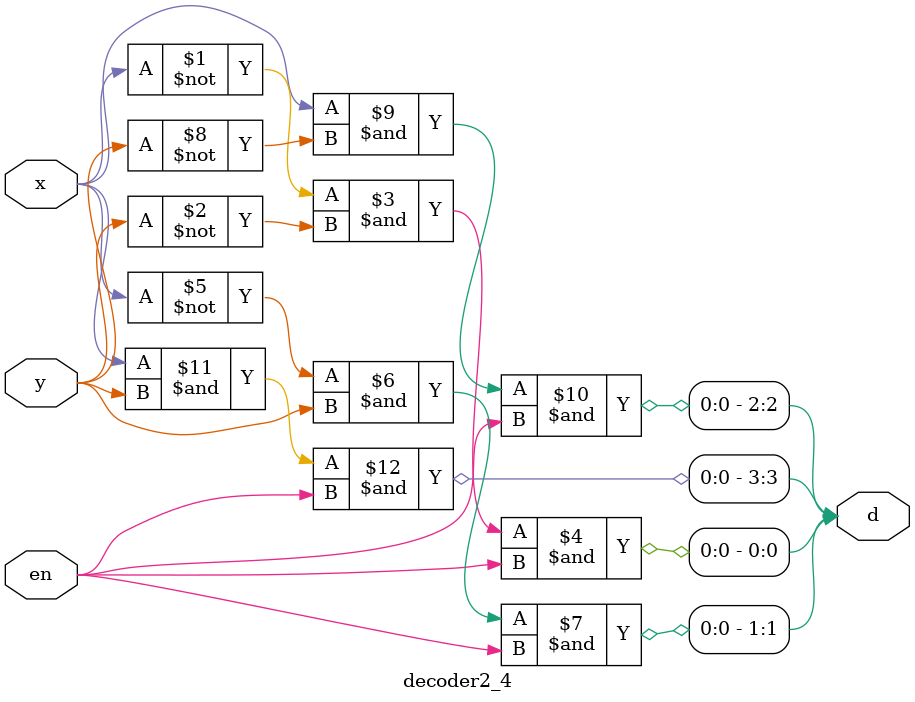
<source format=v>
module decoder2_4(input x, y, en, output[3:0] d);

assign d[0] = ~x & ~y & en;
assign d[1] = ~x & y & en;
assign d[2] = x & ~y & en;
assign d[3] = x & y & en;

endmodule
</source>
